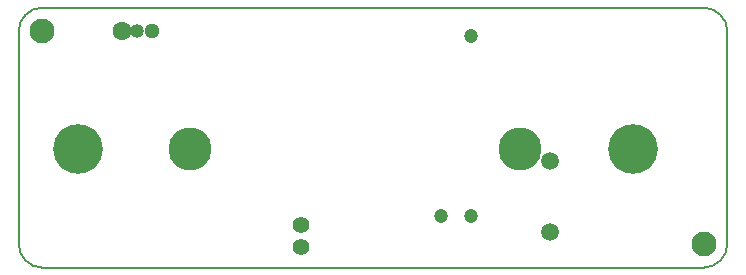
<source format=gbs>
%TF.GenerationSoftware,KiCad,Pcbnew,no-vcs-found-cd21218~61~ubuntu16.04.1*%
%TF.CreationDate,2017-11-10T15:22:47+05:30*%
%TF.ProjectId,snap_rev3,736E61705F726576332E6B696361645F,rev?*%
%TF.SameCoordinates,Original*%
%TF.FileFunction,Soldermask,Bot*%
%TF.FilePolarity,Negative*%
%FSLAX46Y46*%
G04 Gerber Fmt 4.6, Leading zero omitted, Abs format (unit mm)*
G04 Created by KiCad (PCBNEW no-vcs-found-cd21218~61~ubuntu16.04.1) date Fri Nov 10 15:22:47 2017*
%MOMM*%
%LPD*%
G01*
G04 APERTURE LIST*
%ADD10C,0.150000*%
%ADD11C,1.200000*%
%ADD12C,1.400000*%
%ADD13C,1.600000*%
%ADD14C,1.280000*%
%ADD15C,1.180000*%
%ADD16C,2.100000*%
%ADD17C,3.650000*%
%ADD18C,4.200000*%
%ADD19C,1.500000*%
G04 APERTURE END LIST*
D10*
X108000000Y-88000000D02*
G75*
G02X110000000Y-90000000I0J-2000000D01*
G01*
X52000000Y-110000000D02*
G75*
G02X50000000Y-108000000I0J2000000D01*
G01*
X50000000Y-90000000D02*
G75*
G02X52000000Y-88000000I2000000J0D01*
G01*
X110000000Y-108000000D02*
G75*
G02X108000000Y-110000000I-2000000J0D01*
G01*
X50000000Y-108000000D02*
X50000000Y-90000000D01*
X108000000Y-110000000D02*
X52000000Y-110000000D01*
X110000000Y-90000000D02*
X110000000Y-108000000D01*
X108000000Y-88000000D02*
X52000000Y-88000000D01*
D11*
%TO.C,P1*%
X88270000Y-105620000D03*
X85730000Y-105620000D03*
X88270000Y-90380000D03*
%TD*%
D12*
%TO.C,Y1*%
X73900000Y-106400000D03*
X73900000Y-108300000D03*
%TD*%
D13*
%TO.C,D2*%
X58730000Y-90000000D03*
D14*
X61270000Y-90000000D03*
D15*
X60000000Y-90000000D03*
%TD*%
D16*
%TO.C,MK2*%
X52000000Y-90000000D03*
%TD*%
%TO.C,MK1*%
X108000000Y-108000000D03*
%TD*%
D17*
%TO.C,BT1*%
X92470000Y-100000000D03*
D18*
X102000000Y-100000000D03*
X55000000Y-100000000D03*
D17*
X64530000Y-100000000D03*
%TD*%
D19*
%TO.C,J1*%
X95000000Y-101000000D03*
X95000000Y-107000000D03*
%TD*%
M02*

</source>
